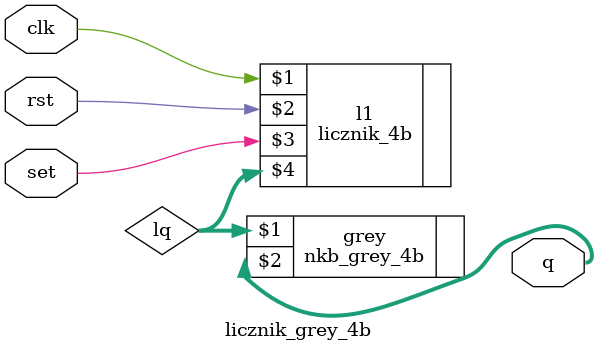
<source format=v>
`timescale 1ns / 1ps


module licznik_grey_4b(
    input clk,
    input rst,
    input set,
    output [3:0] q
    );
    wire [3:0] lq;
    licznik_4b l1(clk,rst,set,lq);
    nkb_grey_4b grey(lq,q);
endmodule

</source>
